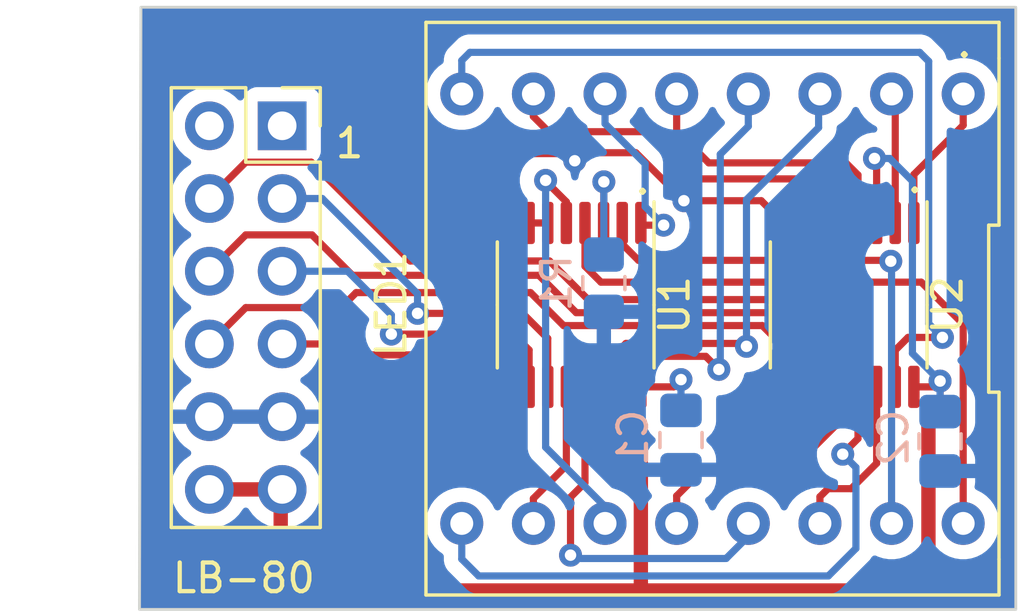
<source format=kicad_pcb>
(kicad_pcb (version 20241229) (generator "pcbnew") (generator_version "9.0")
  (layers (0 "F.Cu" signal) (2 "B.Cu" signal) (13 "F.Paste" user) (15 "B.Paste" user) (5 "F.SilkS" user "F.Silkscreen") (7 "B.SilkS" user "B.Silkscreen") (1 "F.Mask" user) (3 "B.Mask" user) (25 "Edge.Cuts" user))
  (net 0 "")
  (net 1 "PMOD_IO1_A8")
  (net 2 "PMOD_IO5_A9")
  (net 3 "PMOD_IO2_A10")
  (net 4 "PMOD_IO6_A13")
  (net 5 "PMOD_IO3_A11")
  (net 6 "PMOD_IO7_A14")
  (net 7 "PMOD_IO4_A12")
  (net 8 "PMOD_IO8_A15")
  (net 9 "GND")
  (net 10 "R5")
  (net 11 "R7")
  (net 12 "C2")
  (net 13 "C3")
  (net 14 "R8")
  (net 15 "C5")
  (net 16 "R6")
  (net 17 "R3")
  (net 18 "R1")
  (net 19 "C4")
  (net 20 "C6")
  (net 21 "R4")
  (net 22 "C1")
  (net 23 "R2")
  (net 24 "C7")
  (net 25 "C8")
  (net 26 "+3V3")
  (net 27 "Net-(U1-A)")
  (footprint "footprints:788BS" (layer "F.Cu") (at 137.9544 111.4168 -90)
    (property "Reference" "LED1" (at -0.1648 11.2084 270) (layer "F.SilkS"))
    (property "Value" "788BS")
    (fp_line (start -10 10) (end -10 -10) (stroke (width 0.12)) (layer "F.SilkS"))
    (fp_line (start 10 10) (end -10 10) (stroke (width 0.12)) (layer "F.SilkS"))
    (fp_line (start -2.916666 -9.64) (end -2.916666 -10) (stroke (width 0.12)) (layer "F.SilkS"))
    (fp_line (start 2.916666 -9.64) (end -2.916666 -9.64) (stroke (width 0.12)) (layer "F.SilkS"))
    (fp_line (start -10 -10) (end -8.75 -10) (stroke (width 0.12)) (layer "F.SilkS"))
    (fp_line (start -2.916666 -10) (end -8.75 -10) (stroke (width 0.12)) (layer "F.SilkS"))
    (fp_line (start 2.916666 -10) (end 2.916666 -9.64) (stroke (width 0.12)) (layer "F.SilkS"))
    (fp_line (start 8.75 -10) (end 2.916666 -10) (stroke (width 0.12)) (layer "F.SilkS"))
    (fp_line (start 8.75 -10) (end 10 -10) (stroke (width 0.12)) (layer "F.SilkS"))
    (fp_line (start 10 -10) (end 10 10) (stroke (width 0.12)) (layer "F.SilkS"))
    (pad "1" thru_hole circle (at -7.5 -8.75 180) (size 1.5 1.5) (drill 0.8) (layers "*.Cu" "*.Mask") (net 10 "R5"))
    (pad "2" thru_hole circle (at -7.5 -6.25 180) (size 1.5 1.5) (drill 0.8) (layers "*.Cu" "*.Mask") (net 11 "R7"))
    (pad "3" thru_hole circle (at -7.5 -3.75 180) (size 1.5 1.5) (drill 0.8) (layers "*.Cu" "*.Mask") (net 12 "C2"))
    (pad "4" thru_hole circle (at -7.5 -1.25 180) (size 1.5 1.5) (drill 0.8) (layers "*.Cu" "*.Mask") (net 13 "C3"))
    (pad "5" thru_hole circle (at -7.5 1.25 180) (size 1.5 1.5) (drill 0.8) (layers "*.Cu" "*.Mask") (net 14 "R8"))
    (pad "6" thru_hole circle (at -7.5 3.75 180) (size 1.5 1.5) (drill 0.8) (layers "*.Cu" "*.Mask") (net 15 "C5"))
    (pad "7" thru_hole circle (at -7.5 6.25 180) (size 1.5 1.5) (drill 0.8) (layers "*.Cu" "*.Mask") (net 16 "R6"))
    (pad "8" thru_hole circle (at -7.5 8.75 180) (size 1.5 1.5) (drill 0.8) (layers "*.Cu" "*.Mask") (net 17 "R3"))
    (pad "9" thru_hole circle (at 7.5 8.75 180) (size 1.5 1.5) (drill 0.8) (layers "*.Cu" "*.Mask") (net 18 "R1"))
    (pad "10" thru_hole circle (at 7.5 6.25 180) (size 1.5 1.5) (drill 0.8) (layers "*.Cu" "*.Mask") (net 19 "C4"))
    (pad "11" thru_hole circle (at 7.5 3.75 180) (size 1.5 1.5) (drill 0.8) (layers "*.Cu" "*.Mask") (net 20 "C6"))
    (pad "12" thru_hole circle (at 7.5 1.25 180) (size 1.5 1.5) (drill 0.8) (layers "*.Cu" "*.Mask") (net 21 "R4"))
    (pad "13" thru_hole circle (at 7.5 -1.25 180) (size 1.5 1.5) (drill 0.8) (layers "*.Cu" "*.Mask") (net 22 "C1"))
    (pad "14" thru_hole circle (at 7.5 -3.75 180) (size 1.5 1.5) (drill 0.8) (layers "*.Cu" "*.Mask") (net 23 "R2"))
    (pad "15" thru_hole circle (at 7.5 -6.25 180) (size 1.5 1.5) (drill 0.8) (layers "*.Cu" "*.Mask") (net 24 "C7"))
    (pad "16" thru_hole circle (at 7.5 -8.75 180) (size 1.5 1.5) (drill 0.8) (layers "*.Cu" "*.Mask") (net 25 "C8"))
  )
  (footprint "Package_SO:TSSOP-16_4.4x5mm_P0.65mm" (layer "F.Cu") (at 133.1798 111.2851 -90)
    (property "Reference" "U1" (at 0 -3.45 90) (layer "F.SilkS"))
    (property "Value" "74HC4051")
    (fp_line (start 0 2.735) (end -2.2 2.735) (stroke (width 0.12)) (layer "F.SilkS"))
    (fp_line (start 0 2.735) (end 2.2 2.735) (stroke (width 0.12)) (layer "F.SilkS"))
    (fp_line (start 0 -2.735) (end -3.6 -2.735) (stroke (width 0.12)) (layer "F.SilkS"))
    (fp_line (start 0 -2.735) (end 2.2 -2.735) (stroke (width 0.12)) (layer "F.SilkS"))
    (pad "1" smd roundrect (at -2.8625 -2.275 270) (size 1.475 0.4) (layers "F.Cu" "F.Mask" "F.Paste") (net 15 "C5"))
    (pad "2" smd roundrect (at -2.8625 -1.625 270) (size 1.475 0.4) (layers "F.Cu" "F.Mask" "F.Paste") (net 24 "C7"))
    (pad "3" smd roundrect (at -2.8625 -0.975 270) (size 1.475 0.4) (layers "F.Cu" "F.Mask" "F.Paste") (net 27 "Net-(U1-A)"))
    (pad "4" smd roundrect (at -2.8625 -0.325 270) (size 1.475 0.4) (layers "F.Cu" "F.Mask" "F.Paste") (net 25 "C8"))
    (pad "5" smd roundrect (at -2.8625 0.325 270) (size 1.475 0.4) (layers "F.Cu" "F.Mask" "F.Paste") (net 20 "C6"))
    (pad "6" smd roundrect (at -2.8625 0.975 270) (size 1.475 0.4) (layers "F.Cu" "F.Mask" "F.Paste") (net 9 "GND"))
    (pad "7" smd roundrect (at -2.8625 1.625 270) (size 1.475 0.4) (layers "F.Cu" "F.Mask" "F.Paste") (net 9 "GND"))
    (pad "8" smd roundrect (at -2.8625 2.275 270) (size 1.475 0.4) (layers "F.Cu" "F.Mask" "F.Paste") (net 9 "GND"))
    (pad "9" smd roundrect (at 2.8625 2.275 270) (size 1.475 0.4) (layers "F.Cu" "F.Mask" "F.Paste") (net 7 "PMOD_IO4_A12"))
    (pad "10" smd roundrect (at 2.8625 1.625 270) (size 1.475 0.4) (layers "F.Cu" "F.Mask" "F.Paste") (net 5 "PMOD_IO3_A11"))
    (pad "11" smd roundrect (at 2.8625 0.975 270) (size 1.475 0.4) (layers "F.Cu" "F.Mask" "F.Paste") (net 3 "PMOD_IO2_A10"))
    (pad "12" smd roundrect (at 2.8625 0.325 270) (size 1.475 0.4) (layers "F.Cu" "F.Mask" "F.Paste") (net 19 "C4"))
    (pad "13" smd roundrect (at 2.8625 -0.325 270) (size 1.475 0.4) (layers "F.Cu" "F.Mask" "F.Paste") (net 22 "C1"))
    (pad "14" smd roundrect (at 2.8625 -0.975 270) (size 1.475 0.4) (layers "F.Cu" "F.Mask" "F.Paste") (net 12 "C2"))
    (pad "15" smd roundrect (at 2.8625 -1.625 270) (size 1.475 0.4) (layers "F.Cu" "F.Mask" "F.Paste") (net 13 "C3"))
    (pad "16" smd roundrect (at 2.8625 -2.275 270) (size 1.475 0.4) (layers "F.Cu" "F.Mask" "F.Paste") (net 26 "+3V3"))
  )
  (footprint "Connector_PinSocket_2.54mm:PinSocket_2x06_P2.54mm_Vertical" (layer "F.Cu") (at 122.936 105.029)
    (property "Reference" "J1" (hide yes))
    (property "Value" "Conn_02x06_Odd_Even")
    (fp_line (start -3.87 -1.33) (end -3.87 14.03) (stroke (width 0.12)) (layer "F.SilkS"))
    (fp_line (start -3.87 -1.33) (end -1.27 -1.33) (stroke (width 0.12)) (layer "F.SilkS"))
    (fp_line (start -3.87 14.03) (end 1.33 14.03) (stroke (width 0.12)) (layer "F.SilkS"))
    (fp_line (start -1.27 -1.33) (end -1.27 1.27) (stroke (width 0.12)) (layer "F.SilkS"))
    (fp_line (start -1.27 1.27) (end 1.33 1.27) (stroke (width 0.12)) (layer "F.SilkS"))
    (fp_line (start 0 -1.33) (end 1.33 -1.33) (stroke (width 0.12)) (layer "F.SilkS"))
    (fp_line (start 1.33 -1.33) (end 1.33 0) (stroke (width 0.12)) (layer "F.SilkS"))
    (fp_line (start 1.33 1.27) (end 1.33 14.03) (stroke (width 0.12)) (layer "F.SilkS"))
    (pad "1" thru_hole rect (at 0 0) (size 1.7 1.7) (drill 1) (layers "*.Cu" "*.Mask") (net 1 "PMOD_IO1_A8"))
    (pad "2" thru_hole oval (at -2.54 0) (size 1.7 1.7) (drill 1) (layers "*.Cu" "*.Mask") (net 2 "PMOD_IO5_A9"))
    (pad "3" thru_hole oval (at 0 2.54) (size 1.7 1.7) (drill 1) (layers "*.Cu" "*.Mask") (net 3 "PMOD_IO2_A10"))
    (pad "4" thru_hole oval (at -2.54 2.54) (size 1.7 1.7) (drill 1) (layers "*.Cu" "*.Mask") (net 4 "PMOD_IO6_A13"))
    (pad "5" thru_hole oval (at 0 5.08) (size 1.7 1.7) (drill 1) (layers "*.Cu" "*.Mask") (net 5 "PMOD_IO3_A11"))
    (pad "6" thru_hole oval (at -2.54 5.08) (size 1.7 1.7) (drill 1) (layers "*.Cu" "*.Mask") (net 6 "PMOD_IO7_A14"))
    (pad "7" thru_hole oval (at 0 7.62) (size 1.7 1.7) (drill 1) (layers "*.Cu" "*.Mask") (net 7 "PMOD_IO4_A12"))
    (pad "8" thru_hole oval (at -2.54 7.62) (size 1.7 1.7) (drill 1) (layers "*.Cu" "*.Mask") (net 8 "PMOD_IO8_A15"))
    (pad "9" thru_hole oval (at 0 10.16) (size 1.7 1.7) (drill 1) (layers "*.Cu" "*.Mask") (net 9 "GND"))
    (pad "10" thru_hole oval (at -2.54 10.16) (size 1.7 1.7) (drill 1) (layers "*.Cu" "*.Mask") (net 9 "GND"))
    (pad "11" thru_hole oval (at 0 12.7) (size 1.7 1.7) (drill 1) (layers "*.Cu" "*.Mask") (net 26 "+3V3"))
    (pad "12" thru_hole oval (at -2.54 12.7) (size 1.7 1.7) (drill 1) (layers "*.Cu" "*.Mask") (net 26 "+3V3"))
  )
  (footprint "Package_SO:TSSOP-16_4.4x5mm_P0.65mm" (layer "F.Cu") (at 142.7082 111.2851 -90)
    (property "Reference" "U2" (at 0 -3.45 90) (layer "F.SilkS"))
    (property "Value" "74HC4051")
    (fp_line (start 0 2.735) (end -2.2 2.735) (stroke (width 0.12)) (layer "F.SilkS"))
    (fp_line (start 0 2.735) (end 2.2 2.735) (stroke (width 0.12)) (layer "F.SilkS"))
    (fp_line (start 0 -2.735) (end -3.6 -2.735) (stroke (width 0.12)) (layer "F.SilkS"))
    (fp_line (start 0 -2.735) (end 2.2 -2.735) (stroke (width 0.12)) (layer "F.SilkS"))
    (pad "1" smd roundrect (at -2.8625 -2.275 270) (size 1.475 0.4) (layers "F.Cu" "F.Mask" "F.Paste") (net 10 "R5"))
    (pad "2" smd roundrect (at -2.8625 -1.625 270) (size 1.475 0.4) (layers "F.Cu" "F.Mask" "F.Paste") (net 11 "R7"))
    (pad "3" smd roundrect (at -2.8625 -0.975 270) (size 1.475 0.4) (layers "F.Cu" "F.Mask" "F.Paste") (net 26 "+3V3"))
    (pad "4" smd roundrect (at -2.8625 -0.325 270) (size 1.475 0.4) (layers "F.Cu" "F.Mask" "F.Paste") (net 14 "R8"))
    (pad "5" smd roundrect (at -2.8625 0.325 270) (size 1.475 0.4) (layers "F.Cu" "F.Mask" "F.Paste") (net 16 "R6"))
    (pad "6" smd roundrect (at -2.8625 0.975 270) (size 1.475 0.4) (layers "F.Cu" "F.Mask" "F.Paste") (net 9 "GND"))
    (pad "7" smd roundrect (at -2.8625 1.625 270) (size 1.475 0.4) (layers "F.Cu" "F.Mask" "F.Paste") (net 9 "GND"))
    (pad "8" smd roundrect (at -2.8625 2.275 270) (size 1.475 0.4) (layers "F.Cu" "F.Mask" "F.Paste") (net 9 "GND"))
    (pad "9" smd roundrect (at 2.8625 2.275 270) (size 1.475 0.4) (layers "F.Cu" "F.Mask" "F.Paste") (net 8 "PMOD_IO8_A15"))
    (pad "10" smd roundrect (at 2.8625 1.625 270) (size 1.475 0.4) (layers "F.Cu" "F.Mask" "F.Paste") (net 6 "PMOD_IO7_A14"))
    (pad "11" smd roundrect (at 2.8625 0.975 270) (size 1.475 0.4) (layers "F.Cu" "F.Mask" "F.Paste") (net 4 "PMOD_IO6_A13"))
    (pad "12" smd roundrect (at 2.8625 0.325 270) (size 1.475 0.4) (layers "F.Cu" "F.Mask" "F.Paste") (net 21 "R4"))
    (pad "13" smd roundrect (at 2.8625 -0.325 270) (size 1.475 0.4) (layers "F.Cu" "F.Mask" "F.Paste") (net 18 "R1"))
    (pad "14" smd roundrect (at 2.8625 -0.975 270) (size 1.475 0.4) (layers "F.Cu" "F.Mask" "F.Paste") (net 23 "R2"))
    (pad "15" smd roundrect (at 2.8625 -1.625 270) (size 1.475 0.4) (layers "F.Cu" "F.Mask" "F.Paste") (net 17 "R3"))
    (pad "16" smd roundrect (at 2.8625 -2.275 270) (size 1.475 0.4) (layers "F.Cu" "F.Mask" "F.Paste") (net 26 "+3V3"))
  )
  (footprint "Capacitor_SMD:C_0805_2012Metric_Pad1.18x1.45mm_HandSolder" (layer "B.Cu") (at 136.8552 116.0057 -90)
    (property "Reference" "C1" (at -0.0801 1.6764 90) (layer "B.SilkS") (effects (justify mirror)))
    (property "Value" "0.1uF")
    (fp_line (start -0.261252 0.735) (end 0.261252 0.735) (stroke (width 0.12)) (layer "B.SilkS"))
    (fp_line (start -0.261252 -0.735) (end 0.261252 -0.735) (stroke (width 0.12)) (layer "B.SilkS"))
    (pad "1" smd roundrect (at -1.0375 0 270) (size 1.175 1.45) (layers "B.Cu" "B.Mask" "B.Paste") (roundrect_rratio 0.2127659574) (net 26 "+3V3"))
    (pad "2" smd roundrect (at 1.0375 0 270) (size 1.175 1.45) (layers "B.Cu" "B.Mask" "B.Paste") (roundrect_rratio 0.2127659574) (net 9 "GND"))
  )
  (footprint "Capacitor_SMD:C_0805_2012Metric_Pad1.18x1.45mm_HandSolder" (layer "B.Cu") (at 145.8976 116.0487 -90)
    (property "Reference" "C2" (at -0.1231 1.6256 90) (layer "B.SilkS") (effects (justify mirror)))
    (property "Value" "0.1uF")
    (fp_line (start -0.261252 0.735) (end 0.261252 0.735) (stroke (width 0.12)) (layer "B.SilkS"))
    (fp_line (start -0.261252 -0.735) (end 0.261252 -0.735) (stroke (width 0.12)) (layer "B.SilkS"))
    (pad "1" smd roundrect (at -1.0375 0 270) (size 1.175 1.45) (layers "B.Cu" "B.Mask" "B.Paste") (roundrect_rratio 0.2127659574) (net 26 "+3V3"))
    (pad "2" smd roundrect (at 1.0375 0 270) (size 1.175 1.45) (layers "B.Cu" "B.Mask" "B.Paste") (roundrect_rratio 0.2127659574) (net 9 "GND"))
  )
  (footprint "Resistor_SMD:R_0805_2012Metric_Pad1.20x1.40mm_HandSolder" (layer "B.Cu") (at 134.1628 110.5248 -90)
    (property "Reference" "R1" (at 0 1.65 90) (layer "B.SilkS") (effects (justify mirror)))
    (property "Value" "150")
    (fp_line (start -0.227064 0.735) (end 0.227064 0.735) (stroke (width 0.12)) (layer "B.SilkS"))
    (fp_line (start -0.227064 -0.735) (end 0.227064 -0.735) (stroke (width 0.12)) (layer "B.SilkS"))
    (pad "1" smd roundrect (at -1 0 270) (size 1.2 1.4) (layers "B.Cu" "B.Mask" "B.Paste") (roundrect_rratio 0.2083333333) (net 27 "Net-(U1-A)"))
    (pad "2" smd roundrect (at 1 0 270) (size 1.2 1.4) (layers "B.Cu" "B.Mask" "B.Paste") (roundrect_rratio 0.2083333333) (net 9 "GND"))
  )
  (gr_poly (pts (xy 118.0084 100.8888) (xy 148.5392 100.8888) (xy 148.5392 121.92) (xy 117.9576 121.92)) (stroke (width 0.1)) (fill no) (layer "Edge.Cuts"))
  (gr_text "." (at 144.6784 107.442 0) (layer "F.SilkS") (effects (font (size 1 1)) (justify left bottom)))
  (gr_text "1" (at 124.714 106.2228 0) (layer "F.SilkS") (effects (font (size 1 1)) (justify left bottom)))
  (gr_text "." (at 135.1788 107.4928 0) (layer "F.SilkS") (effects (font (size 1 1)) (justify left bottom)))
  (gr_text "." (at 146.4056 102.7176 0) (layer "F.SilkS") (effects (font (size 1 1)) (justify left bottom)))
  (gr_text "LB-80" (at 119.0244 121.412 0) (layer "F.SilkS") (effects (font (size 1 1)) (justify left bottom)))
  (segment (start 132.2048 112.4548) (end 132.2048 114.1476) (width 0.25) (layer "F.Cu") (net 3))
  (segment (start 131.33 111.58) (end 132.2048 112.4548) (width 0.25) (layer "F.Cu") (net 3))
  (segment (start 127.6604 111.58) (end 131.33 111.58) (width 0.25) (layer "F.Cu") (net 3))
  (via (at 127.6604 111.58) (size 0.8) (drill 0.4) (layers "F.Cu" "B.Cu") (net 3))
  (segment (start 127.6604 111.58) (end 127.6604 110.8964) (width 0.25) (layer "B.Cu") (net 3))
  (segment (start 124.333 107.569) (end 122.936 107.569) (width 0.25) (layer "B.Cu") (net 3))
  (segment (start 127.6604 110.8964) (end 124.333 107.569) (width 0.25) (layer "B.Cu") (net 3))
  (segment (start 127.403 109.75) (end 132.264994 109.75) (width 0.25) (layer "F.Cu") (net 4))
  (segment (start 140.5128 111.0996) (end 141.7332 112.32) (width 0.25) (layer "F.Cu") (net 4))
  (segment (start 132.264994 109.75) (end 133.614594 111.0996) (width 0.25) (layer "F.Cu") (net 4))
  (segment (start 121.666 106.299) (end 123.952 106.299) (width 0.25) (layer "F.Cu") (net 4))
  (segment (start 123.952 106.299) (end 127.403 109.75) (width 0.25) (layer "F.Cu") (net 4))
  (segment (start 120.396 107.569) (end 121.666 106.299) (width 0.25) (layer "F.Cu") (net 4))
  (segment (start 141.7332 112.32) (end 141.7332 114.1476) (width 0.25) (layer "F.Cu") (net 4))
  (segment (start 133.614594 111.0996) (end 140.5128 111.0996) (width 0.25) (layer "F.Cu") (net 4))
  (segment (start 131 112.305) (end 131.5548 112.8598) (width 0.25) (layer "F.Cu") (net 5))
  (segment (start 126.746 112.305) (end 131 112.305) (width 0.25) (layer "F.Cu") (net 5))
  (segment (start 131.5548 112.8598) (end 131.5548 114.1476) (width 0.25) (layer "F.Cu") (net 5))
  (via (at 126.746 112.305) (size 0.8) (drill 0.4) (layers "F.Cu" "B.Cu") (net 5))
  (segment (start 125.222 110.109) (end 122.936 110.109) (width 0.25) (layer "B.Cu") (net 5))
  (segment (start 126.746 111.633) (end 125.222 110.109) (width 0.25) (layer "B.Cu") (net 5))
  (segment (start 126.746 112.305) (end 126.746 111.633) (width 0.25) (layer "B.Cu") (net 5))
  (segment (start 125.3884 110.25) (end 131.893592 110.25) (width 0.25) (layer "F.Cu") (net 6))
  (segment (start 121.666 108.839) (end 123.9774 108.839) (width 0.25) (layer "F.Cu") (net 6))
  (segment (start 141.0832 112.3812) (end 141.0832 114.1476) (width 0.25) (layer "F.Cu") (net 6))
  (segment (start 123.9774 108.839) (end 125.3884 110.25) (width 0.25) (layer "F.Cu") (net 6))
  (segment (start 120.3452 110.1598) (end 121.666 108.839) (width 0.25) (layer "F.Cu") (net 6))
  (segment (start 133.200392 111.5568) (end 140.2588 111.5568) (width 0.25) (layer "F.Cu") (net 6))
  (segment (start 140.2588 111.5568) (end 141.0832 112.3812) (width 0.25) (layer "F.Cu") (net 6))
  (segment (start 131.893592 110.25) (end 133.200392 111.5568) (width 0.25) (layer "F.Cu") (net 6))
  (segment (start 124.968 112.649) (end 125.35 113.031) (width 0.25) (layer "F.Cu") (net 7))
  (segment (start 130.6078 113.031) (end 130.9048 113.328) (width 0.25) (layer "F.Cu") (net 7))
  (segment (start 130.9048 113.328) (end 130.9048 114.1476) (width 0.25) (layer "F.Cu") (net 7))
  (segment (start 125.35 113.031) (end 130.6078 113.031) (width 0.25) (layer "F.Cu") (net 7))
  (segment (start 122.936 112.649) (end 124.968 112.649) (width 0.25) (layer "F.Cu") (net 7))
  (segment (start 132.7568 112.0068) (end 139.6928 112.0068) (width 0.25) (layer "F.Cu") (net 8))
  (segment (start 131.605 110.855) (end 132.7568 112.0068) (width 0.25) (layer "F.Cu") (net 8))
  (segment (start 140.4332 112.7472) (end 140.4332 114.1476) (width 0.25) (layer "F.Cu") (net 8))
  (segment (start 121.666 111.379) (end 124.9934 111.379) (width 0.25) (layer "F.Cu") (net 8))
  (segment (start 125.5174 110.855) (end 131.605 110.855) (width 0.25) (layer "F.Cu") (net 8))
  (segment (start 139.6928 112.0068) (end 140.4332 112.7472) (width 0.25) (layer "F.Cu") (net 8))
  (segment (start 124.9934 111.379) (end 125.5174 110.855) (width 0.25) (layer "F.Cu") (net 8))
  (segment (start 120.3452 112.6998) (end 121.666 111.379) (width 0.25) (layer "F.Cu") (net 8))
  (segment (start 133.1468 106.25) (end 132.8968 106) (width 0.25) (layer "F.Cu") (net 9))
  (segment (start 130.9048 106.0772) (end 130.9048 108.4226) (width 0.25) (layer "F.Cu") (net 9))
  (segment (start 135.2808 105.9692) (end 136.9568 107.6452) (width 0.25) (layer "F.Cu") (net 9))
  (segment (start 141.0832 108.4226) (end 140.4332 108.4226) (width 0.25) (layer "F.Cu") (net 9))
  (segment (start 141.7332 108.4226) (end 141.0832 108.4226) (width 0.25) (layer "F.Cu") (net 9))
  (segment (start 133.4276 105.9692) (end 135.2808 105.9692) (width 0.25) (layer "F.Cu") (net 9))
  (segment (start 140.4332 108.4226) (end 139.6558 107.6452) (width 0.25) (layer "F.Cu") (net 9))
  (segment (start 132.2048 108.4226) (end 131.5548 108.4226) (width 0.25) (layer "F.Cu") (net 9))
  (segment (start 132.8968 106) (end 130.982 106) (width 0.25) (layer "F.Cu") (net 9))
  (segment (start 131.5548 108.4226) (end 130.9048 108.4226) (width 0.25) (layer "F.Cu") (net 9))
  (segment (start 139.6558 107.6452) (end 136.9568 107.6452) (width 0.25) (layer "F.Cu") (net 9))
  (segment (start 133.1468 106.25) (end 133.4276 105.9692) (width 0.25) (layer "F.Cu") (net 9))
  (segment (start 130.982 106) (end 130.9048 106.0772) (width 0.25) (layer "F.Cu") (net 9))
  (via (at 133.1468 106.25) (size 0.8) (drill 0.4) (layers "F.Cu" "B.Cu") (net 9))
  (via (at 136.9568 107.6452) (size 0.8) (drill 0.4) (layers "F.Cu" "B.Cu") (net 9))
  (segment (start 146.7044 105.0096) (end 144.9832 106.7308) (width 0.25) (layer "F.Cu") (net 10))
  (segment (start 146.7044 103.9168) (end 146.7044 105.0096) (width 0.25) (layer "F.Cu") (net 10))
  (segment (start 144.9832 106.7308) (end 144.9832 108.4226) (width 0.25) (layer "F.Cu") (net 10))
  (segment (start 144.2044 103.9168) (end 144.3332 104.0456) (width 0.25) (layer "F.Cu") (net 11))
  (segment (start 144.3332 104.0456) (end 144.3332 108.4226) (width 0.25) (layer "F.Cu") (net 11))
  (segment (start 134.1548 113.410101) (end 134.934101 112.6308) (width 0.25) (layer "F.Cu") (net 12))
  (segment (start 139.0402 112.6308) (end 139.1412 112.7318) (width 0.25) (layer "F.Cu") (net 12))
  (segment (start 134.934101 112.6308) (end 139.0402 112.6308) (width 0.25) (layer "F.Cu") (net 12))
  (segment (start 134.1548 114.1476) (end 134.1548 113.410101) (width 0.25) (layer "F.Cu") (net 12))
  (via (at 139.1412 112.7318) (size 0.8) (drill 0.4) (layers "F.Cu" "B.Cu") (net 12))
  (segment (start 139.1412 107.6088) (end 141.658 105.092) (width 0.25) (layer "B.Cu") (net 12))
  (segment (start 141.658 105.092) (end 141.658 103.9632) (width 0.25) (layer "B.Cu") (net 12))
  (segment (start 139.1412 112.7318) (end 139.1412 107.6088) (width 0.25) (layer "B.Cu") (net 12))
  (segment (start 141.658 103.9632) (end 141.7044 103.9168) (width 0.25) (layer "B.Cu") (net 12))
  (segment (start 137.7188 113.0808) (end 135.134101 113.0808) (width 0.25) (layer "F.Cu") (net 13))
  (segment (start 134.8048 113.410101) (end 134.8048 114.1476) (width 0.25) (layer "F.Cu") (net 13))
  (segment (start 135.134101 113.0808) (end 134.8048 113.410101) (width 0.25) (layer "F.Cu") (net 13))
  (segment (start 138.176 113.538) (end 137.7188 113.0808) (width 0.25) (layer "F.Cu") (net 13))
  (via (at 138.176 113.538) (size 0.8) (drill 0.4) (layers "F.Cu" "B.Cu") (net 13))
  (segment (start 138.2268 106.0232) (end 139.2044 105.0456) (width 0.25) (layer "B.Cu") (net 13))
  (segment (start 139.2044 105.0456) (end 139.2044 103.9168) (width 0.25) (layer "B.Cu") (net 13))
  (segment (start 138.176 113.538) (end 138.2268 113.4872) (width 0.25) (layer "B.Cu") (net 13))
  (segment (start 138.2268 113.4872) (end 138.2268 106.0232) (width 0.25) (layer "B.Cu") (net 13))
  (segment (start 136.7044 105.2044) (end 136.7044 103.9168) (width 0.25) (layer "F.Cu") (net 14))
  (segment (start 143.0332 108.4226) (end 143.0332 106.7472) (width 0.25) (layer "F.Cu") (net 14))
  (segment (start 137.8244 106.3244) (end 136.7044 105.2044) (width 0.25) (layer "F.Cu") (net 14))
  (segment (start 142.6104 106.3244) (end 137.8244 106.3244) (width 0.25) (layer "F.Cu") (net 14))
  (segment (start 143.0332 106.7472) (end 142.6104 106.3244) (width 0.25) (layer "F.Cu") (net 14))
  (segment (start 136.25 108.5) (end 135.5322 108.5) (width 0.25) (layer "F.Cu") (net 15))
  (segment (start 135.5322 108.5) (end 135.4548 108.4226) (width 0.25) (layer "F.Cu") (net 15))
  (via (at 136.25 108.5) (size 0.8) (drill 0.4) (layers "F.Cu" "B.Cu") (net 15))
  (segment (start 134.2044 104.9544) (end 134.2044 103.9168) (width 0.25) (layer "B.Cu") (net 15))
  (segment (start 135.604799 107.854799) (end 135.604799 106.354799) (width 0.25) (layer "B.Cu") (net 15))
  (segment (start 135.604799 106.354799) (end 134.2044 104.9544) (width 0.25) (layer "B.Cu") (net 15))
  (segment (start 136.25 108.5) (end 135.604799 107.854799) (width 0.25) (layer "B.Cu") (net 15))
  (segment (start 132.2346 105.2346) (end 131.7044 104.7044) (width 0.25) (layer "F.Cu") (net 16))
  (segment (start 131.7044 104.7044) (end 131.7044 103.9168) (width 0.25) (layer "F.Cu") (net 16))
  (segment (start 142.3832 108.4226) (end 142.3832 107.128) (width 0.25) (layer "F.Cu") (net 16))
  (segment (start 142.3832 107.128) (end 142.1384 106.8832) (width 0.25) (layer "F.Cu") (net 16))
  (segment (start 135.7654 105.2346) (end 132.2346 105.2346) (width 0.25) (layer "F.Cu") (net 16))
  (segment (start 142.1384 106.8832) (end 137.414 106.8832) (width 0.25) (layer "F.Cu") (net 16))
  (segment (start 137.414 106.8832) (end 135.7654 105.2346) (width 0.25) (layer "F.Cu") (net 16))
  (segment (start 144.3332 112.8672) (end 144.3332 114.1476) (width 0.25) (layer "F.Cu") (net 17))
  (segment (start 144.78 112.4204) (end 144.3332 112.8672) (width 0.25) (layer "F.Cu") (net 17))
  (segment (start 145.9794 112.4204) (end 144.78 112.4204) (width 0.25) (layer "F.Cu") (net 17))
  (via (at 145.9794 112.4204) (size 0.8) (drill 0.4) (layers "F.Cu" "B.Cu") (net 17))
  (segment (start 145.5 102.7772) (end 145.1864 102.4636) (width 0.25) (layer "B.Cu") (net 17))
  (segment (start 145.1864 102.4636) (end 129.4892 102.4636) (width 0.25) (layer "B.Cu") (net 17))
  (segment (start 145.9794 112.4204) (end 145.5 111.941) (width 0.25) (layer "B.Cu") (net 17))
  (segment (start 129.4892 102.4636) (end 129.2044 102.7484) (width 0.25) (layer "B.Cu") (net 17))
  (segment (start 129.2044 102.7484) (end 129.2044 103.9168) (width 0.25) (layer "B.Cu") (net 17))
  (segment (start 145.5 111.941) (end 145.5 102.7772) (width 0.25) (layer "B.Cu") (net 17))
  (segment (start 143.0332 115.9522) (end 143.0332 114.1476) (width 0.25) (layer "F.Cu") (net 18))
  (segment (start 142.5 116.4854) (end 143.0332 115.9522) (width 0.25) (layer "F.Cu") (net 18))
  (segment (start 142.5 116.5) (end 142.5 116.4854) (width 0.25) (layer "F.Cu") (net 18))
  (via (at 142.5 116.5) (size 0.8) (drill 0.4) (layers "F.Cu" "B.Cu") (net 18))
  (segment (start 129.794 120.7516) (end 129.2044 120.162) (width 0.25) (layer "B.Cu") (net 18))
  (segment (start 129.2044 120.162) (end 129.2044 118.9168) (width 0.25) (layer "B.Cu") (net 18))
  (segment (start 142.5 116.5) (end 142.960281 116.960281) (width 0.25) (layer "B.Cu") (net 18))
  (segment (start 142.960281 116.960281) (end 142.960281 119.789719) (width 0.25) (layer "B.Cu") (net 18))
  (segment (start 141.9984 120.7516) (end 129.794 120.7516) (width 0.25) (layer "B.Cu") (net 18))
  (segment (start 142.960281 119.789719) (end 141.9984 120.7516) (width 0.25) (layer "B.Cu") (net 18))
  (segment (start 131.7044 118.9168) (end 131.7044 118.0456) (width 0.25) (layer "F.Cu") (net 19))
  (segment (start 132.8548 116.8952) (end 132.8548 114.1476) (width 0.25) (layer "F.Cu") (net 19))
  (segment (start 131.7044 118.0456) (end 132.8548 116.8952) (width 0.25) (layer "F.Cu") (net 19))
  (segment (start 132.1308 106.961101) (end 132.8548 107.685101) (width 0.25) (layer "F.Cu") (net 20))
  (segment (start 132.8548 107.685101) (end 132.8548 108.4226) (width 0.25) (layer "F.Cu") (net 20))
  (segment (start 132.1308 106.934) (end 132.1308 106.961101) (width 0.25) (layer "F.Cu") (net 20))
  (via (at 132.1308 106.934) (size 0.8) (drill 0.4) (layers "F.Cu" "B.Cu") (net 20))
  (segment (start 134.2044 118.3294) (end 134.2044 118.9168) (width 0.25) (layer "B.Cu") (net 20))
  (segment (start 132.1308 106.934) (end 132.1308 116.2558) (width 0.25) (layer "B.Cu") (net 20))
  (segment (start 132.1308 116.2558) (end 134.2044 118.3294) (width 0.25) (layer "B.Cu") (net 20))
  (segment (start 140.6052 117.1448) (end 142.3832 115.3668) (width 0.25) (layer "F.Cu") (net 21))
  (segment (start 137.5156 117.1448) (end 140.6052 117.1448) (width 0.25) (layer "F.Cu") (net 21))
  (segment (start 136.7044 118.9168) (end 136.7044 117.956) (width 0.25) (layer "F.Cu") (net 21))
  (segment (start 142.3832 115.3668) (end 142.3832 114.1476) (width 0.25) (layer "F.Cu") (net 21))
  (segment (start 136.7044 117.956) (end 137.5156 117.1448) (width 0.25) (layer "F.Cu") (net 21))
  (segment (start 133 120.0266) (end 133 118) (width 0.25) (layer "F.Cu") (net 22))
  (segment (start 133.5048 117.4952) (end 133.5048 114.1476) (width 0.25) (layer "F.Cu") (net 22))
  (segment (start 133 118) (end 133.5048 117.4952) (width 0.25) (layer "F.Cu") (net 22))
  (via (at 133 120.0266) (size 0.8) (drill 0.4) (layers "F.Cu" "B.Cu") (net 22))
  (segment (start 133.1154 120.142) (end 138.43 120.142) (width 0.25) (layer "B.Cu") (net 22))
  (segment (start 138.43 120.142) (end 139.2044 119.3676) (width 0.25) (layer "B.Cu") (net 22))
  (segment (start 139.2044 119.3676) (end 139.2044 118.9168) (width 0.25) (layer "B.Cu") (net 22))
  (segment (start 133 120.0266) (end 133.1154 120.142) (width 0.25) (layer "B.Cu") (net 22))
  (segment (start 142.7964 117.7036) (end 143.6832 116.8168) (width 0.25) (layer "F.Cu") (net 23))
  (segment (start 141.986 117.7036) (end 142.7964 117.7036) (width 0.25) (layer "F.Cu") (net 23))
  (segment (start 141.7044 118.9168) (end 141.7044 117.9852) (width 0.25) (layer "F.Cu") (net 23))
  (segment (start 143.6832 116.8168) (end 143.6832 114.1476) (width 0.25) (layer "F.Cu") (net 23))
  (segment (start 141.7044 117.9852) (end 141.986 117.7036) (width 0.25) (layer "F.Cu") (net 23))
  (segment (start 144.146776 109.728) (end 135.372701 109.728) (width 0.25) (layer "F.Cu") (net 24))
  (segment (start 144.177091 109.758315) (end 144.146776 109.728) (width 0.25) (layer "F.Cu") (net 24))
  (segment (start 135.372701 109.728) (end 134.8048 109.160099) (width 0.25) (layer "F.Cu") (net 24))
  (segment (start 134.8048 109.160099) (end 134.8048 108.4226) (width 0.25) (layer "F.Cu") (net 24))
  (via (at 144.177091 109.758315) (size 0.8) (drill 0.4) (layers "F.Cu" "B.Cu") (net 24))
  (segment (start 144.2044 109.785624) (end 144.177091 109.758315) (width 0.25) (layer "B.Cu") (net 24))
  (segment (start 144.2044 118.9168) (end 144.2044 109.785624) (width 0.25) (layer "B.Cu") (net 24))
  (segment (start 133.5048 109.9336) (end 134.0612 110.49) (width 0.25) (layer "F.Cu") (net 25))
  (segment (start 145.24 110.49) (end 146.7044 111.9544) (width 0.25) (layer "F.Cu") (net 25))
  (segment (start 146.7044 111.9544) (end 146.7044 118.9168) (width 0.25) (layer "F.Cu") (net 25))
  (segment (start 133.5048 108.4226) (end 133.5048 109.9336) (width 0.25) (layer "F.Cu") (net 25))
  (segment (start 134.0612 110.49) (end 145.24 110.49) (width 0.25) (layer "F.Cu") (net 25))
  (segment (start 135.4548 121.2596) (end 135.4548 115.75) (width 0.50038) (layer "F.Cu") (net 26))
  (segment (start 123.5456 121.2596) (end 135.4548 121.2596) (width 0.50038) (layer "F.Cu") (net 26))
  (segment (start 135.4836 121.2596) (end 144.6784 121.2596) (width 0.50038) (layer "F.Cu") (net 26))
  (segment (start 144.6784 121.2596) (end 145.4912 120.4468) (width 0.50038) (layer "F.Cu") (net 26))
  (segment (start 143.6832 108.4226) (end 143.6832 106.244336) (width 0.25) (layer "F.Cu") (net 26))
  (segment (start 145.5 115.25) (end 145.5 115.195319) (width 0.25) (layer "F.Cu") (net 26))
  (segment (start 145.5 115.195319) (end 145.8976 114.797719) (width 0.25) (layer "F.Cu") (net 26))
  (segment (start 145.8976 113.9444) (end 145.6944 114.1476) (width 0.25) (layer "F.Cu") (net 26))
  (segment (start 135.4548 114.1476) (end 135.4548 115.75) (width 0.25) (layer "F.Cu") (net 26))
  (segment (start 122.8852 117.729) (end 122.8852 120.5992) (width 0.50038) (layer "F.Cu") (net 26))
  (segment (start 135.4548 115.75) (end 135.4548 121.2884) (width 0.25) (layer "F.Cu") (net 26))
  (segment (start 145.4912 115.2588) (end 145.5 115.25) (width 0.50038) (layer "F.Cu") (net 26))
  (segment (start 143.6832 106.244336) (end 143.6082 106.169336) (width 0.25) (layer "F.Cu") (net 26))
  (segment (start 120.396 117.729) (end 122.8852 117.729) (width 0.50038) (layer "F.Cu") (net 26))
  (segment (start 135.4548 121.2884) (end 135.4836 121.2596) (width 0.50038) (layer "F.Cu") (net 26))
  (segment (start 122.8852 120.5992) (end 123.5456 121.2596) (width 0.50038) (layer "F.Cu") (net 26))
  (segment (start 136.8552 113.8936) (end 136.6012 114.1476) (width 0.25) (layer "F.Cu") (net 26))
  (segment (start 145.4912 120.4468) (end 145.4912 115.2588) (width 0.50038) (layer "F.Cu") (net 26))
  (segment (start 136.6012 114.1476) (end 135.4548 114.1476) (width 0.25) (layer "F.Cu") (net 26))
  (segment (start 145.6944 114.1476) (end 144.9832 114.1476) (width 0.25) (layer "F.Cu") (net 26))
  (segment (start 145.8976 114.797719) (end 145.8976 113.9444) (width 0.25) (layer "F.Cu") (net 26))
  (via (at 145.8976 113.9444) (size 0.8) (drill 0.4) (layers "F.Cu" "B.Cu") (net 26))
  (via (at 136.8552 113.8936) (size 0.8) (drill 0.4) (layers "F.Cu" "B.Cu") (net 26))
  (via (at 143.6082 106.169336) (size 0.8) (drill 0.4) (layers "F.Cu" "B.Cu") (net 26))
  (segment (start 145.8976 115.0112) (end 145.8976 113.9444) (width 0.25) (layer "B.Cu") (net 26))
  (segment (start 136.8552 114.9682) (end 136.8552 113.8936) (width 0.25) (layer "B.Cu") (net 26))
  (segment (start 144.9324 112.9792) (end 145.8976 113.9444) (width 0.25) (layer "B.Cu") (net 26))
  (segment (start 144.142336 106.169336) (end 144.9324 106.9594) (width 0.25) (layer "B.Cu") (net 26))
  (segment (start 144.9324 106.9594) (end 144.9324 112.9792) (width 0.25) (layer "B.Cu") (net 26))
  (segment (start 143.6082 106.169336) (end 144.142336 106.169336) (width 0.25) (layer "B.Cu") (net 26))
  (segment (start 134.1628 106.9848) (end 134.1628 108.4146) (width 0.25) (layer "F.Cu") (net 27))
  (segment (start 134.1628 108.4146) (end 134.1548 108.4226) (width 0.25) (layer "F.Cu") (net 27))
  (via (at 134.1628 106.9848) (size 0.8) (drill 0.4) (layers "F.Cu" "B.Cu") (net 27))
  (segment (start 134.1628 109.5248) (end 134.1628 106.9848) (width 0.25) (layer "B.Cu") (net 27))
  (zone (net 9) (net_name "GND") (layer "B.Cu") (connect_pads (clearance 0.5)) (min_thickness 0.25) (fill yes (thermal_gap 0.5) (thermal_bridge_width 0.5))
    (polygon (pts (xy 117.7544 100.6348) (xy 148.844 100.6348) (xy 148.844 122.1232) (xy 117.704194 122.1232)))
  )
)
</source>
